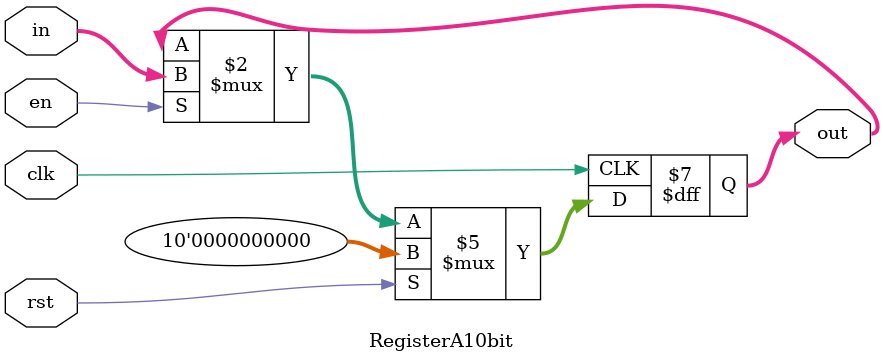
<source format=v>
module RegisterA10bit(in, en, rst, clk, out);
    parameter N = 10;

    input [N-1:0] in;
    input  en, clk, rst;

    output reg [N-1:0] out;

    always @(posedge clk) begin
        if (rst)
            out <= {N{10'b0}};
 	 
        else if (en)
            out <= in;
    end

endmodule

</source>
